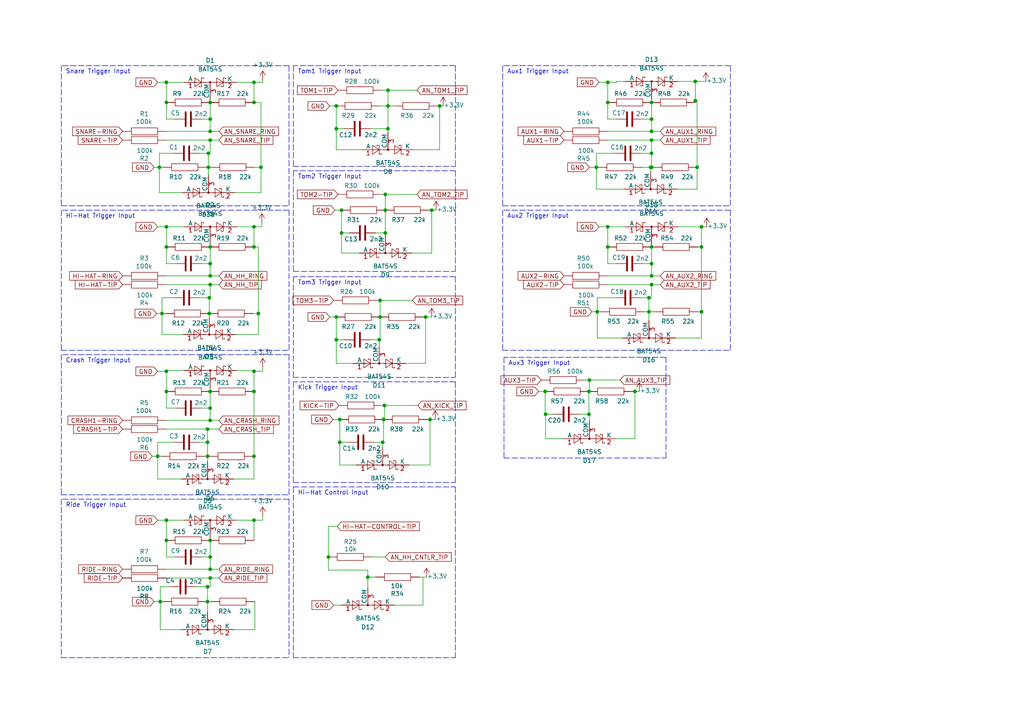
<source format=kicad_sch>
(kicad_sch (version 20230121) (generator eeschema)
  (paper "A4")
  (junction (at 97.536 37.338))
  (junction (at 48.26 23.876))
  (junction (at 203.454 90.424))
  (junction (at 97.536 30.734))
  (junction (at 48.26 150.876))
  (junction (at 75.692 48.514))
  (junction (at 158.242 120.142))
  (junction (at 60.96 167.64))
  (junction (at 73.66 71.628))
  (junction (at 188.976 71.628))
  (junction (at 97.536 91.948))
  (junction (at 110.998 128.27))
  (junction (at 99.06 60.96))
  (junction (at 170.815 120.142))
  (junction (at 176.276 71.628))
  (junction (at 48.26 29.718))
  (junction (at 158.115 113.538))
  (junction (at 60.96 80.01))
  (junction (at 188.976 48.514))
  (junction (at 74.93 90.932))
  (junction (at 188.976 34.544))
  (junction (at 188.976 29.718))
  (junction (at 202.184 48.514))
  (junction (at 188.976 82.55))
  (junction (at 188.976 40.64))
  (junction (at 60.96 121.92))
  (junction (at 99.06 67.564))
  (junction (at 203.454 65.786))
  (junction (at 188.976 76.454))
  (junction (at 176.276 29.718))
  (junction (at 173.228 90.424))
  (junction (at 73.66 107.696))
  (junction (at 46.228 48.514))
  (junction (at 60.96 118.364))
  (junction (at 111.252 121.666))
  (junction (at 60.96 156.718))
  (junction (at 124.714 121.666))
  (junction (at 60.198 174.498))
  (junction (at 60.706 90.932))
  (junction (at 110.236 91.948))
  (junction (at 48.26 113.538))
  (junction (at 60.96 165.1))
  (junction (at 73.66 150.876))
  (junction (at 60.96 40.64))
  (junction (at 60.96 29.718))
  (junction (at 60.96 71.628))
  (junction (at 112.522 37.338))
  (junction (at 48.26 107.696))
  (junction (at 60.96 113.538))
  (junction (at 60.198 124.46))
  (junction (at 98.552 121.666))
  (junction (at 111.76 67.564))
  (junction (at 201.676 29.21))
  (junction (at 73.66 65.786))
  (junction (at 170.815 113.538))
  (junction (at 60.198 170.18))
  (junction (at 172.974 48.514))
  (junction (at 170.942 110.236))
  (junction (at 188.976 38.1))
  (junction (at 111.506 117.602))
  (junction (at 73.66 132.334))
  (junction (at 60.198 128.27))
  (junction (at 109.982 98.552))
  (junction (at 95.25 161.544))
  (junction (at 176.276 23.876))
  (junction (at 60.96 34.544))
  (junction (at 60.198 132.334))
  (junction (at 46.99 90.932))
  (junction (at 60.96 161.544))
  (junction (at 98.552 128.27))
  (junction (at 127.508 30.734))
  (junction (at 60.452 48.514))
  (junction (at 201.676 23.622))
  (junction (at 203.454 71.628))
  (junction (at 73.66 23.876))
  (junction (at 188.722 48.514))
  (junction (at 45.72 132.334))
  (junction (at 111.76 60.96))
  (junction (at 111.76 56.388))
  (junction (at 184.15 113.538))
  (junction (at 112.522 30.734))
  (junction (at 73.66 113.538))
  (junction (at 60.96 38.1))
  (junction (at 48.26 71.628))
  (junction (at 188.214 90.424))
  (junction (at 97.536 98.552))
  (junction (at 123.444 91.948))
  (junction (at 60.96 82.55))
  (junction (at 48.26 65.786))
  (junction (at 112.522 26.162))
  (junction (at 188.214 86.36))
  (junction (at 60.96 76.454))
  (junction (at 60.706 86.36))
  (junction (at 48.26 156.718))
  (junction (at 188.976 44.45))
  (junction (at 60.452 44.45))
  (junction (at 176.276 65.786))
  (junction (at 188.976 80.01))
  (junction (at 46.482 174.498))
  (junction (at 106.68 167.386))
  (junction (at 125.222 60.96))
  (junction (at 110.236 87.122))
  (junction (at 73.66 29.718))
  (wire (pts (xy 48.26 82.55) (xy 60.96 82.55)))
  (wire (pts (xy 57.912 86.36) (xy 60.706 86.36)))
  (wire (pts (xy 123.444 91.948) (xy 122.936 91.948)))
  (wire (pts (xy 121.666 167.386) (xy 123.698 167.386)))
  (wire (pts (xy 48.26 23.876) (xy 48.26 29.718)))
  (wire (pts (xy 188.214 86.36) (xy 188.214 90.424)))
  (wire (pts (xy 188.976 70.866) (xy 188.976 71.628)))
  (wire (pts (xy 108.458 128.27) (xy 110.998 128.27)))
  (wire (pts (xy 52.578 138.938) (xy 45.72 138.938)))
  (wire (pts (xy 61.214 174.498) (xy 60.198 174.498)))
  (wire (pts (xy 73.66 71.628) (xy 74.93 71.628)))
  (wire (pts (xy 172.974 54.864) (xy 172.974 48.514)))
  (wire (pts (xy 188.214 90.424) (xy 189.738 90.424)))
  (wire (pts (xy 46.228 48.514) (xy 47.244 48.514)))
  (wire (pts (xy 118.618 134.874) (xy 124.714 134.874)))
  (wire (pts (xy 48.26 65.786) (xy 45.72 65.786)))
  (wire (pts (xy 188.976 76.454) (xy 188.976 80.01)))
  (wire (pts (xy 127.508 30.734) (xy 128.524 30.734)))
  (wire (pts (xy 125.222 60.96) (xy 124.46 60.96)))
  (wire (pts (xy 48.26 165.1) (xy 60.96 165.1)))
  (polyline (pts (xy 83.82 102.87) (xy 83.82 143.51)) (stroke (width 0) (type dash)))
  (wire (pts (xy 57.912 44.45) (xy 60.452 44.45)))
  (wire (pts (xy 60.452 90.932) (xy 60.706 90.932)))
  (polyline (pts (xy 146.177 132.842) (xy 193.167 132.842)) (stroke (width 0) (type dash)))
  (polyline (pts (xy 83.82 144.78) (xy 83.82 190.754)) (stroke (width 0) (type dash)))
  (wire (pts (xy 202.438 90.424) (xy 203.454 90.424)))
  (wire (pts (xy 108.966 67.564) (xy 111.76 67.564)))
  (wire (pts (xy 48.26 80.01) (xy 60.96 80.01)))
  (wire (pts (xy 112.522 30.734) (xy 112.522 26.162)))
  (wire (pts (xy 106.68 165.354) (xy 106.68 167.386)))
  (wire (pts (xy 76.2 23.114) (xy 76.2 23.876)))
  (wire (pts (xy 60.96 29.718) (xy 60.96 34.544)))
  (wire (pts (xy 110.998 128.27) (xy 110.998 129.794)))
  (wire (pts (xy 49.276 170.18) (xy 46.482 170.18)))
  (wire (pts (xy 68.58 23.876) (xy 73.66 23.876)))
  (wire (pts (xy 48.26 107.696) (xy 48.26 113.538)))
  (wire (pts (xy 106.68 165.354) (xy 95.25 165.354)))
  (wire (pts (xy 48.26 124.46) (xy 60.198 124.46)))
  (wire (pts (xy 60.198 170.18) (xy 60.198 174.498)))
  (polyline (pts (xy 85.09 80.264) (xy 85.09 109.474)) (stroke (width 0) (type dash)))
  (polyline (pts (xy 85.09 141.224) (xy 132.08 141.224)) (stroke (width 0) (type dash)))
  (polyline (pts (xy 85.09 49.53) (xy 85.09 78.74)) (stroke (width 0) (type dash)))
  (wire (pts (xy 170.815 120.142) (xy 170.942 120.142)))
  (wire (pts (xy 203.454 65.786) (xy 204.978 65.786)))
  (wire (pts (xy 48.26 65.786) (xy 53.34 65.786)))
  (wire (pts (xy 97.536 105.41) (xy 97.536 98.552)))
  (polyline (pts (xy 132.08 110.744) (xy 132.08 139.954)) (stroke (width 0) (type dash)))
  (wire (pts (xy 76.2 106.426) (xy 76.2 107.696)))
  (wire (pts (xy 110.744 56.388) (xy 111.76 56.388)))
  (wire (pts (xy 107.95 161.544) (xy 111.76 161.544)))
  (polyline (pts (xy 145.796 60.96) (xy 145.796 101.6)) (stroke (width 0) (type dash)))
  (wire (pts (xy 60.452 48.514) (xy 60.452 50.8)))
  (wire (pts (xy 46.99 97.028) (xy 46.99 90.932)))
  (wire (pts (xy 122.682 167.386) (xy 122.682 175.514)))
  (wire (pts (xy 188.976 48.514) (xy 189.484 48.514)))
  (wire (pts (xy 68.58 150.876) (xy 73.66 150.876)))
  (wire (pts (xy 48.26 150.876) (xy 48.26 156.718)))
  (polyline (pts (xy 132.08 19.05) (xy 132.08 48.26)) (stroke (width 0) (type dash)))
  (wire (pts (xy 46.482 182.626) (xy 46.482 174.498)))
  (wire (pts (xy 60.198 174.498) (xy 60.198 177.546)))
  (wire (pts (xy 73.66 150.876) (xy 73.66 156.718)))
  (wire (pts (xy 46.99 86.36) (xy 50.292 86.36)))
  (wire (pts (xy 60.96 40.64) (xy 60.96 44.45)))
  (wire (pts (xy 188.976 34.544) (xy 188.976 38.1)))
  (wire (pts (xy 60.198 124.46) (xy 63.5 124.46)))
  (wire (pts (xy 75.692 48.514) (xy 75.692 29.718)))
  (wire (pts (xy 73.406 90.932) (xy 74.93 90.932)))
  (polyline (pts (xy 17.78 144.78) (xy 17.78 190.754)) (stroke (width 0) (type dash)))
  (wire (pts (xy 201.676 29.21) (xy 201.676 29.718)))
  (wire (pts (xy 196.596 23.622) (xy 201.676 23.622)))
  (wire (pts (xy 160.401 120.142) (xy 158.242 120.142)))
  (wire (pts (xy 73.914 48.514) (xy 75.692 48.514)))
  (wire (pts (xy 176.276 71.628) (xy 176.276 76.454)))
  (wire (pts (xy 201.676 23.622) (xy 201.676 29.21)))
  (wire (pts (xy 60.96 40.64) (xy 63.5 40.64)))
  (wire (pts (xy 104.902 43.434) (xy 97.536 43.434)))
  (wire (pts (xy 60.198 132.334) (xy 60.198 133.858)))
  (wire (pts (xy 186.944 90.424) (xy 188.214 90.424)))
  (wire (pts (xy 202.184 48.514) (xy 202.184 29.21)))
  (wire (pts (xy 60.96 113.538) (xy 60.96 118.364)))
  (wire (pts (xy 107.442 98.552) (xy 109.982 98.552)))
  (wire (pts (xy 170.942 110.236) (xy 179.832 110.236)))
  (wire (pts (xy 97.536 98.552) (xy 97.536 91.948)))
  (wire (pts (xy 52.578 182.626) (xy 46.482 182.626)))
  (wire (pts (xy 114.3 175.514) (xy 122.682 175.514)))
  (wire (pts (xy 48.26 118.364) (xy 50.8 118.364)))
  (wire (pts (xy 45.72 132.334) (xy 46.736 132.334)))
  (wire (pts (xy 158.242 120.142) (xy 158.242 127.254)))
  (wire (pts (xy 99.06 60.96) (xy 99.06 67.564)))
  (wire (pts (xy 176.276 34.544) (xy 178.816 34.544)))
  (wire (pts (xy 75.946 65.786) (xy 73.66 65.786)))
  (polyline (pts (xy 17.78 101.6) (xy 83.82 101.6)) (stroke (width 0) (type dash)))
  (wire (pts (xy 73.66 107.696) (xy 76.2 107.696)))
  (wire (pts (xy 111.252 128.27) (xy 111.252 121.666)))
  (wire (pts (xy 60.96 156.718) (xy 60.96 161.544)))
  (wire (pts (xy 48.26 71.628) (xy 48.26 76.454)))
  (wire (pts (xy 188.976 71.628) (xy 188.976 76.454)))
  (wire (pts (xy 176.276 65.786) (xy 173.736 65.786)))
  (wire (pts (xy 163.322 127.254) (xy 158.242 127.254)))
  (wire (pts (xy 109.982 98.552) (xy 109.982 100.33)))
  (wire (pts (xy 60.96 34.544) (xy 60.96 38.1)))
  (wire (pts (xy 68.58 107.442) (xy 73.66 107.442)))
  (polyline (pts (xy 211.836 19.05) (xy 145.796 19.05)) (stroke (width 0) (type dash)))
  (wire (pts (xy 178.816 23.622) (xy 178.816 23.876)))
  (wire (pts (xy 171.704 90.424) (xy 173.228 90.424)))
  (wire (pts (xy 176.276 38.1) (xy 188.976 38.1)))
  (polyline (pts (xy 85.09 78.74) (xy 132.08 78.74)) (stroke (width 0) (type dash)))
  (wire (pts (xy 123.444 91.948) (xy 125.222 91.948)))
  (polyline (pts (xy 85.09 141.224) (xy 85.09 190.754)) (stroke (width 0) (type dash)))
  (wire (pts (xy 111.506 117.602) (xy 111.506 121.666)))
  (wire (pts (xy 110.744 26.162) (xy 112.522 26.162)))
  (wire (pts (xy 112.522 37.338) (xy 112.522 30.734)))
  (wire (pts (xy 60.96 112.522) (xy 60.96 113.538)))
  (polyline (pts (xy 145.796 101.6) (xy 211.836 101.6)) (stroke (width 0) (type dash)))
  (wire (pts (xy 44.704 48.514) (xy 46.228 48.514)))
  (wire (pts (xy 60.452 44.45) (xy 60.96 44.45)))
  (wire (pts (xy 68.58 65.786) (xy 73.66 65.786)))
  (wire (pts (xy 123.444 105.41) (xy 123.444 91.948)))
  (wire (pts (xy 46.228 44.45) (xy 50.292 44.45)))
  (wire (pts (xy 58.42 118.364) (xy 60.96 118.364)))
  (wire (pts (xy 97.536 43.434) (xy 97.536 37.338)))
  (wire (pts (xy 100.838 128.27) (xy 98.552 128.27)))
  (wire (pts (xy 48.26 29.718) (xy 48.26 34.544)))
  (wire (pts (xy 60.452 44.45) (xy 60.452 48.514)))
  (polyline (pts (xy 85.09 190.754) (xy 132.08 190.754)) (stroke (width 0) (type dash)))
  (wire (pts (xy 48.26 150.876) (xy 45.72 150.876)))
  (wire (pts (xy 75.946 64.516) (xy 75.946 65.786)))
  (wire (pts (xy 96.647 121.666) (xy 98.552 121.666)))
  (wire (pts (xy 68.326 97.028) (xy 74.93 97.028)))
  (wire (pts (xy 60.96 165.1) (xy 63.5 165.1)))
  (wire (pts (xy 188.976 44.45) (xy 188.976 48.514)))
  (polyline (pts (xy 193.167 103.632) (xy 193.167 132.842)) (stroke (width 0) (type dash)))
  (wire (pts (xy 48.26 167.64) (xy 60.96 167.64)))
  (wire (pts (xy 188.214 86.36) (xy 188.976 86.36)))
  (wire (pts (xy 110.998 117.602) (xy 111.506 117.602)))
  (wire (pts (xy 178.816 23.876) (xy 176.276 23.876)))
  (wire (pts (xy 180.594 98.044) (xy 173.228 98.044)))
  (wire (pts (xy 127.508 30.734) (xy 127 30.734)))
  (wire (pts (xy 48.26 156.718) (xy 48.26 161.544)))
  (wire (pts (xy 127.508 43.434) (xy 127.508 30.734)))
  (wire (pts (xy 75.692 55.88) (xy 75.692 48.514)))
  (wire (pts (xy 176.276 23.876) (xy 173.736 23.876)))
  (wire (pts (xy 112.522 30.734) (xy 114.3 30.734)))
  (wire (pts (xy 95.631 91.948) (xy 97.536 91.948)))
  (wire (pts (xy 61.214 48.514) (xy 60.452 48.514)))
  (wire (pts (xy 158.115 120.142) (xy 158.115 113.538)))
  (wire (pts (xy 172.974 48.514) (xy 173.482 48.514)))
  (wire (pts (xy 46.228 44.45) (xy 46.228 48.514)))
  (polyline (pts (xy 83.82 60.96) (xy 17.78 60.96)) (stroke (width 0) (type dash)))
  (wire (pts (xy 186.436 34.544) (xy 188.976 34.544)))
  (polyline (pts (xy 17.78 143.51) (xy 83.82 143.51)) (stroke (width 0) (type dash)))
  (polyline (pts (xy 193.167 103.632) (xy 146.177 103.632)) (stroke (width 0) (type dash)))
  (wire (pts (xy 201.676 23.622) (xy 204.724 23.622)))
  (polyline (pts (xy 17.78 60.96) (xy 17.78 101.6)) (stroke (width 0) (type dash)))
  (wire (pts (xy 111.76 67.564) (xy 111.76 60.96)))
  (polyline (pts (xy 17.78 102.87) (xy 17.78 143.51)) (stroke (width 0) (type dash)))
  (wire (pts (xy 202.184 29.21) (xy 201.676 29.21)))
  (polyline (pts (xy 211.836 60.96) (xy 145.796 60.96)) (stroke (width 0) (type dash)))
  (wire (pts (xy 60.96 76.454) (xy 60.96 80.01)))
  (wire (pts (xy 60.96 28.956) (xy 60.96 29.718)))
  (wire (pts (xy 56.896 170.18) (xy 60.198 170.18)))
  (wire (pts (xy 112.522 38.354) (xy 112.522 37.338)))
  (wire (pts (xy 188.976 40.64) (xy 191.516 40.64)))
  (wire (pts (xy 53.34 107.442) (xy 48.26 107.442)))
  (wire (pts (xy 109.982 98.552) (xy 110.236 98.552)))
  (wire (pts (xy 52.832 55.88) (xy 46.228 55.88)))
  (wire (pts (xy 158.242 120.142) (xy 158.115 120.142)))
  (wire (pts (xy 172.974 44.45) (xy 172.974 48.514)))
  (wire (pts (xy 97.155 60.96) (xy 99.06 60.96)))
  (wire (pts (xy 74.93 90.932) (xy 74.93 71.628)))
  (wire (pts (xy 104.14 73.406) (xy 99.06 73.406)))
  (polyline (pts (xy 132.08 49.53) (xy 85.09 49.53)) (stroke (width 0) (type dash)))
  (wire (pts (xy 185.928 44.45) (xy 188.976 44.45)))
  (wire (pts (xy 48.26 121.92) (xy 60.96 121.92)))
  (wire (pts (xy 184.15 113.538) (xy 185.42 113.538)))
  (wire (pts (xy 67.818 138.938) (xy 73.66 138.938)))
  (polyline (pts (xy 211.836 60.96) (xy 211.836 101.6)) (stroke (width 0) (type dash)))
  (wire (pts (xy 73.66 113.538) (xy 73.66 132.334)))
  (polyline (pts (xy 145.796 19.05) (xy 145.796 59.69)) (stroke (width 0) (type dash)))
  (polyline (pts (xy 85.09 19.05) (xy 85.09 48.26)) (stroke (width 0) (type dash)))
  (wire (pts (xy 76.2 149.606) (xy 76.2 150.876)))
  (wire (pts (xy 73.66 132.334) (xy 73.66 138.938)))
  (wire (pts (xy 60.452 48.514) (xy 59.944 48.514)))
  (wire (pts (xy 60.706 86.36) (xy 60.706 90.932)))
  (wire (pts (xy 184.15 127.254) (xy 184.15 113.538)))
  (wire (pts (xy 102.362 105.41) (xy 97.536 105.41)))
  (polyline (pts (xy 17.78 59.69) (xy 83.82 59.69)) (stroke (width 0) (type dash)))
  (wire (pts (xy 188.976 82.55) (xy 188.976 86.36)))
  (polyline (pts (xy 83.82 144.78) (xy 17.78 144.78)) (stroke (width 0) (type dash)))
  (wire (pts (xy 46.482 170.18) (xy 46.482 174.498)))
  (wire (pts (xy 176.276 65.786) (xy 176.276 71.628)))
  (wire (pts (xy 188.976 40.64) (xy 188.976 44.45)))
  (wire (pts (xy 103.378 134.874) (xy 98.552 134.874)))
  (polyline (pts (xy 145.796 59.69) (xy 211.836 59.69)) (stroke (width 0) (type dash)))
  (wire (pts (xy 60.96 118.364) (xy 60.96 121.92)))
  (wire (pts (xy 48.26 23.876) (xy 53.34 23.876)))
  (wire (pts (xy 168.021 120.142) (xy 170.815 120.142)))
  (wire (pts (xy 73.66 107.442) (xy 73.66 107.696)))
  (wire (pts (xy 95.25 152.654) (xy 97.79 152.654)))
  (wire (pts (xy 98.552 128.27) (xy 98.552 134.874)))
  (wire (pts (xy 46.228 55.88) (xy 46.228 48.514)))
  (wire (pts (xy 60.96 161.544) (xy 60.96 165.1)))
  (wire (pts (xy 188.976 82.55) (xy 191.516 82.55)))
  (wire (pts (xy 73.914 182.626) (xy 73.914 174.498)))
  (wire (pts (xy 125.222 60.96) (xy 125.222 73.406)))
  (wire (pts (xy 101.346 67.564) (xy 99.06 67.564)))
  (polyline (pts (xy 83.82 102.87) (xy 17.78 102.87)) (stroke (width 0) (type dash)))
  (wire (pts (xy 99.822 37.338) (xy 97.536 37.338)))
  (wire (pts (xy 110.236 30.734) (xy 112.522 30.734)))
  (polyline (pts (xy 85.09 48.26) (xy 132.08 48.26)) (stroke (width 0) (type dash)))
  (wire (pts (xy 45.466 90.932) (xy 46.99 90.932)))
  (wire (pts (xy 111.76 67.564) (xy 111.76 68.326)))
  (wire (pts (xy 170.942 110.236) (xy 170.942 113.538)))
  (wire (pts (xy 59.436 132.334) (xy 60.198 132.334)))
  (wire (pts (xy 60.198 128.27) (xy 60.198 132.334)))
  (wire (pts (xy 188.976 29.718) (xy 188.976 34.544)))
  (wire (pts (xy 58.42 161.544) (xy 60.96 161.544)))
  (polyline (pts (xy 83.82 60.96) (xy 83.82 101.6)) (stroke (width 0) (type dash)))
  (wire (pts (xy 181.356 23.622) (xy 178.816 23.622)))
  (wire (pts (xy 60.96 167.64) (xy 60.96 170.18)))
  (polyline (pts (xy 132.08 141.224) (xy 132.08 190.754)) (stroke (width 0) (type dash)))
  (polyline (pts (xy 85.09 110.744) (xy 85.09 139.954)) (stroke (width 0) (type dash)))
  (wire (pts (xy 44.704 174.498) (xy 46.482 174.498)))
  (wire (pts (xy 188.214 92.964) (xy 188.214 90.424)))
  (wire (pts (xy 48.26 107.696) (xy 45.72 107.696)))
  (wire (pts (xy 173.228 86.36) (xy 178.308 86.36)))
  (wire (pts (xy 107.442 37.338) (xy 112.522 37.338)))
  (wire (pts (xy 60.198 170.18) (xy 60.96 170.18)))
  (wire (pts (xy 73.66 107.696) (xy 73.66 113.538)))
  (wire (pts (xy 196.596 65.786) (xy 203.454 65.786)))
  (wire (pts (xy 60.198 124.46) (xy 60.198 128.27)))
  (wire (pts (xy 73.66 23.876) (xy 73.66 29.718)))
  (wire (pts (xy 110.236 98.552) (xy 110.236 91.948)))
  (wire (pts (xy 186.182 48.514) (xy 188.722 48.514)))
  (wire (pts (xy 188.976 28.702) (xy 188.976 29.718)))
  (polyline (pts (xy 17.78 19.05) (xy 17.78 59.69)) (stroke (width 0) (type dash)))
  (wire (pts (xy 173.228 90.424) (xy 174.244 90.424)))
  (wire (pts (xy 176.276 23.876) (xy 176.276 29.718)))
  (wire (pts (xy 170.815 120.142) (xy 170.815 113.538)))
  (wire (pts (xy 73.66 65.786) (xy 73.66 71.628)))
  (wire (pts (xy 108.966 167.386) (xy 106.68 167.386)))
  (wire (pts (xy 188.976 80.01) (xy 191.516 80.01)))
  (wire (pts (xy 48.26 40.64) (xy 60.96 40.64)))
  (wire (pts (xy 186.436 76.454) (xy 188.976 76.454)))
  (wire (pts (xy 58.42 34.544) (xy 60.96 34.544)))
  (wire (pts (xy 176.276 29.718) (xy 176.276 34.544)))
  (wire (pts (xy 173.228 86.36) (xy 173.228 90.424)))
  (wire (pts (xy 60.96 80.01) (xy 63.5 80.01)))
  (wire (pts (xy 170.942 48.514) (xy 172.974 48.514)))
  (wire (pts (xy 188.722 48.514) (xy 188.976 48.514)))
  (wire (pts (xy 67.818 182.626) (xy 73.914 182.626)))
  (polyline (pts (xy 132.08 80.264) (xy 85.09 80.264)) (stroke (width 0) (type dash)))
  (polyline (pts (xy 132.08 110.744) (xy 85.09 110.744)) (stroke (width 0) (type dash)))
  (wire (pts (xy 124.714 121.666) (xy 126.238 121.666)))
  (wire (pts (xy 95.25 152.654) (xy 95.25 161.544)))
  (wire (pts (xy 119.38 73.406) (xy 125.222 73.406)))
  (wire (pts (xy 74.93 97.028) (xy 74.93 90.932)))
  (wire (pts (xy 48.26 65.786) (xy 48.26 71.628)))
  (wire (pts (xy 110.998 128.27) (xy 111.252 128.27)))
  (wire (pts (xy 176.276 76.454) (xy 178.816 76.454)))
  (wire (pts (xy 60.96 71.628) (xy 60.96 76.454)))
  (wire (pts (xy 48.26 107.442) (xy 48.26 107.696)))
  (polyline (pts (xy 85.09 109.474) (xy 132.08 109.474)) (stroke (width 0) (type dash)))
  (wire (pts (xy 125.222 60.96) (xy 126.492 60.96)))
  (wire (pts (xy 117.602 105.41) (xy 123.444 105.41)))
  (wire (pts (xy 57.912 128.27) (xy 60.198 128.27)))
  (wire (pts (xy 110.236 87.122) (xy 119.634 87.122)))
  (wire (pts (xy 106.68 167.386) (xy 106.68 170.434)))
  (wire (pts (xy 60.198 132.334) (xy 60.706 132.334)))
  (wire (pts (xy 60.96 155.956) (xy 60.96 156.718)))
  (wire (pts (xy 45.72 128.27) (xy 45.72 132.334)))
  (wire (pts (xy 73.406 132.334) (xy 73.66 132.334)))
  (wire (pts (xy 48.26 38.1) (xy 60.96 38.1)))
  (wire (pts (xy 176.276 80.01) (xy 188.976 80.01)))
  (polyline (pts (xy 85.09 139.954) (xy 132.08 139.954)) (stroke (width 0) (type dash)))
  (wire (pts (xy 188.976 38.1) (xy 191.516 38.1)))
  (wire (pts (xy 60.96 70.866) (xy 60.96 71.628)))
  (wire (pts (xy 96.774 175.514) (xy 99.06 175.514)))
  (wire (pts (xy 203.454 90.424) (xy 203.454 98.044)))
  (wire (pts (xy 60.198 174.498) (xy 59.944 174.498)))
  (wire (pts (xy 172.974 44.45) (xy 178.308 44.45)))
  (wire (pts (xy 110.236 87.122) (xy 110.236 91.948)))
  (wire (pts (xy 73.66 23.876) (xy 76.2 23.876)))
  (wire (pts (xy 60.96 167.64) (xy 63.5 167.64)))
  (wire (pts (xy 46.482 174.498) (xy 47.244 174.498)))
  (wire (pts (xy 60.706 90.932) (xy 60.706 91.948)))
  (wire (pts (xy 60.706 86.36) (xy 60.96 86.36)))
  (wire (pts (xy 60.96 82.55) (xy 63.5 82.55)))
  (wire (pts (xy 184.15 113.538) (xy 183.515 113.538)))
  (wire (pts (xy 111.76 56.388) (xy 120.904 56.388)))
  (wire (pts (xy 176.276 82.55) (xy 188.976 82.55)))
  (wire (pts (xy 53.086 97.028) (xy 46.99 97.028)))
  (wire (pts (xy 202.184 54.864) (xy 202.184 48.514)))
  (wire (pts (xy 60.96 121.92) (xy 63.5 121.92)))
  (wire (pts (xy 111.76 56.388) (xy 111.76 60.96)))
  (wire (pts (xy 203.454 71.628) (xy 203.454 90.424)))
  (polyline (pts (xy 83.82 19.05) (xy 17.78 19.05)) (stroke (width 0) (type dash)))
  (wire (pts (xy 60.96 38.1) (xy 63.5 38.1)))
  (wire (pts (xy 170.942 122.174) (xy 170.942 120.142)))
  (wire (pts (xy 173.228 98.044) (xy 173.228 90.424)))
  (wire (pts (xy 111.506 117.602) (xy 121.158 117.602)))
  (wire (pts (xy 48.26 161.544) (xy 50.8 161.544)))
  (wire (pts (xy 50.292 128.27) (xy 45.72 128.27)))
  (wire (pts (xy 48.26 23.876) (xy 45.72 23.876)))
  (wire (pts (xy 120.142 43.434) (xy 127.508 43.434)))
  (wire (pts (xy 176.276 65.786) (xy 181.356 65.786)))
  (polyline (pts (xy 146.177 103.632) (xy 146.177 132.842)) (stroke (width 0) (type dash)))
  (wire (pts (xy 181.102 54.864) (xy 172.974 54.864)))
  (wire (pts (xy 124.714 121.666) (xy 123.952 121.666)))
  (polyline (pts (xy 211.836 19.05) (xy 211.836 59.69)) (stroke (width 0) (type dash)))
  (wire (pts (xy 188.976 71.628) (xy 189.738 71.628)))
  (polyline (pts (xy 17.78 190.754) (xy 83.82 190.754)) (stroke (width 0) (type dash)))
  (wire (pts (xy 98.552 121.666) (xy 98.552 128.27)))
  (wire (pts (xy 156.21 113.538) (xy 158.115 113.538)))
  (wire (pts (xy 176.276 40.64) (xy 188.976 40.64)))
  (wire (pts (xy 48.26 150.876) (xy 53.34 150.876)))
  (wire (pts (xy 95.631 30.734) (xy 97.536 30.734)))
  (wire (pts (xy 99.06 67.564) (xy 99.06 73.406)))
  (wire (pts (xy 48.26 113.538) (xy 48.26 118.364)))
  (wire (pts (xy 73.66 150.876) (xy 76.2 150.876)))
  (wire (pts (xy 44.196 132.334) (xy 45.72 132.334)))
  (wire (pts (xy 48.26 76.454) (xy 50.8 76.454)))
  (wire (pts (xy 48.26 34.544) (xy 50.8 34.544)))
  (polyline (pts (xy 132.08 19.05) (xy 85.09 19.05)) (stroke (width 0) (type dash)))
  (polyline (pts (xy 132.08 49.53) (xy 132.08 78.74)) (stroke (width 0) (type dash)))
  (wire (pts (xy 46.99 90.932) (xy 46.99 86.36)))
  (wire (pts (xy 58.42 76.454) (xy 60.96 76.454)))
  (wire (pts (xy 178.562 127.254) (xy 184.15 127.254)))
  (wire (pts (xy 195.834 98.044) (xy 203.454 98.044)))
  (wire (pts (xy 95.25 161.544) (xy 95.25 165.354)))
  (wire (pts (xy 185.928 86.36) (xy 188.214 86.36)))
  (wire (pts (xy 46.99 90.932) (xy 48.006 90.932)))
  (wire (pts (xy 196.342 54.864) (xy 202.184 54.864)))
  (wire (pts (xy 99.822 98.552) (xy 97.536 98.552)))
  (wire (pts (xy 75.692 29.718) (xy 73.66 29.718)))
  (wire (pts (xy 124.714 134.874) (xy 124.714 121.666)))
  (wire (pts (xy 202.438 71.628) (xy 203.454 71.628)))
  (wire (pts (xy 203.454 65.786) (xy 203.454 71.628)))
  (wire (pts (xy 60.96 82.55) (xy 60.96 86.36)))
  (polyline (pts (xy 132.08 80.264) (xy 132.08 109.474)) (stroke (width 0) (type dash)))
  (wire (pts (xy 188.722 49.784) (xy 188.722 48.514)))
  (wire (pts (xy 109.474 87.122) (xy 110.236 87.122)))
  (wire (pts (xy 45.72 138.938) (xy 45.72 132.334)))
  (polyline (pts (xy 83.82 19.05) (xy 83.82 59.69)) (stroke (width 0) (type dash)))
  (wire (pts (xy 68.072 55.88) (xy 75.692 55.88)))
  (wire (pts (xy 169.672 110.236) (xy 170.942 110.236)))
  (wire (pts (xy 97.536 37.338) (xy 97.536 30.734)))
  (wire (pts (xy 112.522 26.162) (xy 120.904 26.162)))
  (text "Tom1 Trigger Input" (at 86.36 21.59 0) (effects (font (size 1.27 1.27)) (justify left bottom)))
  (text "Aux3 Trigger Input" (at 147.447 106.172 0) (effects (font (size 1.27 1.27)) (justify left bottom)))
  (text "Tom3 Trigger Input" (at 86.36 82.804 0) (effects (font (size 1.27 1.27)) (justify left bottom)))
  (text "Hi-Hat Trigger Input" (at 19.05 63.5 0) (effects (font (size 1.27 1.27)) (justify left bottom)))
  (text "Aux1 Trigger Input" (at 147.066 21.59 0) (effects (font (size 1.27 1.27)) (justify left bottom)))
  (text "Ride Trigger Input" (at 19.05 147.32 0) (effects (font (size 1.27 1.27)) (justify left bottom)))
  (text "Kick Trigger Input" (at 86.36 113.284 0) (effects (font (size 1.27 1.27)) (justify left bottom)))
  (text "Snare Trigger Input" (at 19.05 21.59 0) (effects (font (size 1.27 1.27)) (justify left bottom)))
  (text "Tom2 Trigger Input" (at 86.36 52.07 0) (effects (font (size 1.27 1.27)) (justify left bottom)))
  (text "Crash Trigger Input" (at 19.05 105.41 0) (effects (font (size 1.27 1.27)) (justify left bottom)))
  (text "Aux2 Trigger Input" (at 147.066 63.5 0) (effects (font (size 1.27 1.27)) (justify left bottom)))
  (text "Hi-Hat Control Input" (at 86.36 143.764 0) (effects (font (size 1.27 1.27)) (justify left bottom)))
  (global_label "GND" (shape input) (at 170.942 48.514 180) (property "Intersheetrefs" "${INTERSHEET_REFS}" (effects hide)) (property "Referenzen zwischen Schaltplänen" "${INTERSHEET_REFS}" (effects hide)))
  (global_label "GND" (shape input) (at 156.21 113.538 180) (property "Intersheetrefs" "${INTERSHEET_REFS}" (effects hide)) (property "Referenzen zwischen Schaltplänen" "${INTERSHEET_REFS}" (effects hide)))
  (global_label "AUX1-TIP" (shape input) (at 163.576 40.64 180) (property "Intersheetrefs" "${INTERSHEET_REFS}" (effects hide)) (property "Referenzen zwischen Schaltplänen" "${INTERSHEET_REFS}" (effects hide)))
  (global_label "GND" (shape input) (at 96.774 175.514 180) (property "Intersheetrefs" "${INTERSHEET_REFS}" (effects hide)) (property "Referenzen zwischen Schaltplänen" "${INTERSHEET_REFS}" (effects hide)))
  (global_label "GND" (shape input) (at 95.631 30.734 180) (property "Intersheetrefs" "${INTERSHEET_REFS}" (effects hide)) (property "Referenzen zwischen Schaltplänen" "${INTERSHEET_REFS}" (effects hide)))
  (global_label "GND" (shape input) (at 44.196 132.334 180) (property "Intersheetrefs" "${INTERSHEET_REFS}" (effects hide)) (property "Referenzen zwischen Schaltplänen" "${INTERSHEET_REFS}" (effects hide)))
  (global_label "AN_SNARE_TIP" (shape input) (at 63.5 40.64 0) (property "Intersheetrefs" "${INTERSHEET_REFS}" (effects hide)) (property "Referenzen zwischen Schaltplänen" "${INTERSHEET_REFS}" (effects hide)))
  (global_label "RIDE-RING" (shape input) (at 35.56 165.1 180) (property "Intersheetrefs" "${INTERSHEET_REFS}" (effects hide)) (property "Referenzen zwischen Schaltplänen" "${INTERSHEET_REFS}" (effects hide)))
  (global_label "GND" (shape input) (at 45.72 23.876 180) (property "Intersheetrefs" "${INTERSHEET_REFS}" (effects hide)) (property "Referenzen zwischen Schaltplänen" "${INTERSHEET_REFS}" (effects hide)))
  (global_label "GND" (shape input) (at 96.647 121.666 180) (property "Intersheetrefs" "${INTERSHEET_REFS}" (effects hide)) (property "Referenzen zwischen Schaltplänen" "${INTERSHEET_REFS}" (effects hide)))
  (global_label "TOM1-TIP" (shape input) (at 98.044 26.162 180) (property "Intersheetrefs" "${INTERSHEET_REFS}" (effects hide)) (property "Referenzen zwischen Schaltplänen" "${INTERSHEET_REFS}" (effects hide)))
  (global_label "HI-HAT-CONTROL-TIP" (shape input) (at 97.79 152.654 0) (property "Intersheetrefs" "${INTERSHEET_REFS}" (effects hide)) (property "Referenzen zwischen Schaltplänen" "${INTERSHEET_REFS}" (effects hide)))
  (global_label "CRASH1-RING" (shape input) (at 35.56 121.92 180) (property "Intersheetrefs" "${INTERSHEET_REFS}" (effects hide)) (property "Referenzen zwischen Schaltplänen" "${INTERSHEET_REFS}" (effects hide)))
  (global_label "GND" (shape input) (at 44.704 48.514 180) (property "Intersheetrefs" "${INTERSHEET_REFS}" (effects hide)) (property "Referenzen zwischen Schaltplänen" "${INTERSHEET_REFS}" (effects hide)))
  (global_label "AN_SNARE_RING" (shape input) (at 63.5 38.1 0) (property "Intersheetrefs" "${INTERSHEET_REFS}" (effects hide)) (property "Referenzen zwischen Schaltplänen" "${INTERSHEET_REFS}" (effects hide)))
  (global_label "AN_AUX2_TIP" (shape input) (at 191.516 82.55 0) (property "Intersheetrefs" "${INTERSHEET_REFS}" (effects hide)) (property "Referenzen zwischen Schaltplänen" "${INTERSHEET_REFS}" (effects hide)))
  (global_label "AN_KICK_TIP" (shape input) (at 121.158 117.602 0) (property "Intersheetrefs" "${INTERSHEET_REFS}" (effects hide)) (property "Referenzen zwischen Schaltplänen" "${INTERSHEET_REFS}" (effects hide)))
  (global_label "AN_RIDE_RING" (shape input) (at 63.5 165.1 0) (property "Intersheetrefs" "${INTERSHEET_REFS}" (effects hide)) (property "Referenzen zwischen Schaltplänen" "${INTERSHEET_REFS}" (effects hide)))
  (global_label "GND" (shape input) (at 173.736 65.786 180) (property "Intersheetrefs" "${INTERSHEET_REFS}" (effects hide)) (property "Referenzen zwischen Schaltplänen" "${INTERSHEET_REFS}" (effects hide)))
  (global_label "GND" (shape input) (at 45.72 150.876 180) (property "Intersheetrefs" "${INTERSHEET_REFS}" (effects hide)) (property "Referenzen zwischen Schaltplänen" "${INTERSHEET_REFS}" (effects hide)))
  (global_label "AN_HH_TIP" (shape input) (at 63.5 82.55 0) (property "Intersheetrefs" "${INTERSHEET_REFS}" (effects hide)) (property "Referenzen zwischen Schaltplänen" "${INTERSHEET_REFS}" (effects hide)))
  (global_label "GND" (shape input) (at 97.155 60.96 180) (property "Intersheetrefs" "${INTERSHEET_REFS}" (effects hide)) (property "Referenzen zwischen Schaltplänen" "${INTERSHEET_REFS}" (effects hide)))
  (global_label "CRASH1-TIP" (shape input) (at 35.56 124.46 180) (property "Intersheetrefs" "${INTERSHEET_REFS}" (effects hide)) (property "Referenzen zwischen Schaltplänen" "${INTERSHEET_REFS}" (effects hide)))
  (global_label "AUX3-TIP" (shape input) (at 156.972 110.236 180) (property "Intersheetrefs" "${INTERSHEET_REFS}" (effects hide)) (property "Referenzen zwischen Schaltplänen" "${INTERSHEET_REFS}" (effects hide)))
  (global_label "AN_HH_RING" (shape input) (at 63.5 80.01 0) (property "Intersheetrefs" "${INTERSHEET_REFS}" (effects hide)) (property "Referenzen zwischen Schaltplänen" "${INTERSHEET_REFS}" (effects hide)))
  (global_label "GND" (shape input) (at 45.466 90.932 180) (property "Intersheetrefs" "${INTERSHEET_REFS}" (effects hide)) (property "Referenzen zwischen Schaltplänen" "${INTERSHEET_REFS}" (effects hide)))
  (global_label "AN_RIDE_TIP" (shape input) (at 63.5 167.64 0) (property "Intersheetrefs" "${INTERSHEET_REFS}" (effects hide)) (property "Referenzen zwischen Schaltplänen" "${INTERSHEET_REFS}" (effects hide)))
  (global_label "AN_CRASH_RING" (shape input) (at 63.5 121.92 0) (property "Intersheetrefs" "${INTERSHEET_REFS}" (effects hide)) (property "Referenzen zwischen Schaltplänen" "${INTERSHEET_REFS}" (effects hide)))
  (global_label "KICK-TIP" (shape input) (at 98.298 117.602 180) (property "Intersheetrefs" "${INTERSHEET_REFS}" (effects hide)) (property "Referenzen zwischen Schaltplänen" "${INTERSHEET_REFS}" (effects hide)))
  (global_label "GND" (shape input) (at 171.704 90.424 180) (property "Intersheetrefs" "${INTERSHEET_REFS}" (effects hide)) (property "Referenzen zwischen Schaltplänen" "${INTERSHEET_REFS}" (effects hide)))
  (global_label "GND" (shape input) (at 45.72 65.786 180) (property "Intersheetrefs" "${INTERSHEET_REFS}" (effects hide)) (property "Referenzen zwischen Schaltplänen" "${INTERSHEET_REFS}" (effects hide)))
  (global_label "GND" (shape input) (at 44.704 174.498 180) (property "Intersheetrefs" "${INTERSHEET_REFS}" (effects hide)) (property "Referenzen zwischen Schaltplänen" "${INTERSHEET_REFS}" (effects hide)))
  (global_label "RIDE-TIP" (shape input) (at 35.56 167.64 180) (property "Intersheetrefs" "${INTERSHEET_REFS}" (effects hide)) (property "Referenzen zwischen Schaltplänen" "${INTERSHEET_REFS}" (effects hide)))
  (global_label "AUX1-RING" (shape input) (at 163.576 38.1 180) (property "Intersheetrefs" "${INTERSHEET_REFS}" (effects hide)) (property "Referenzen zwischen Schaltplänen" "${INTERSHEET_REFS}" (effects hide)))
  (global_label "GND" (shape input) (at 173.736 23.876 180) (property "Intersheetrefs" "${INTERSHEET_REFS}" (effects hide)) (property "Referenzen zwischen Schaltplänen" "${INTERSHEET_REFS}" (effects hide)))
  (global_label "AN_TOM1_TIP" (shape input) (at 120.904 26.162 0) (property "Intersheetrefs" "${INTERSHEET_REFS}" (effects hide)) (property "Referenzen zwischen Schaltplänen" "${INTERSHEET_REFS}" (effects hide)))
  (global_label "AUX2-TIP" (shape input) (at 163.576 82.55 180) (property "Intersheetrefs" "${INTERSHEET_REFS}" (effects hide)) (property "Referenzen zwischen Schaltplänen" "${INTERSHEET_REFS}" (effects hide)))
  (global_label "HI-HAT-TIP" (shape input) (at 35.56 82.55 180) (property "Intersheetrefs" "${INTERSHEET_REFS}" (effects hide)) (property "Referenzen zwischen Schaltplänen" "${INTERSHEET_REFS}" (effects hide)))
  (global_label "AN_AUX1_RING" (shape input) (at 191.516 38.1 0) (property "Intersheetrefs" "${INTERSHEET_REFS}" (effects hide)) (property "Referenzen zwischen Schaltplänen" "${INTERSHEET_REFS}" (effects hide)))
  (global_label "SNARE-TIP" (shape input) (at 35.56 40.64 180) (property "Intersheetrefs" "${INTERSHEET_REFS}" (effects hide)) (property "Referenzen zwischen Schaltplänen" "${INTERSHEET_REFS}" (effects hide)))
  (global_label "AN_AUX1_TIP" (shape input) (at 191.516 40.64 0) (property "Intersheetrefs" "${INTERSHEET_REFS}" (effects hide)) (property "Referenzen zwischen Schaltplänen" "${INTERSHEET_REFS}" (effects hide)))
  (global_label "AN_TOM3_TIP" (shape input) (at 119.634 87.122 0) (property "Intersheetrefs" "${INTERSHEET_REFS}" (effects hide)) (property "Referenzen zwischen Schaltplänen" "${INTERSHEET_REFS}" (effects hide)))
  (global_label "GND" (shape input) (at 45.72 107.696 180) (property "Intersheetrefs" "${INTERSHEET_REFS}" (effects hide)) (property "Referenzen zwischen Schaltplänen" "${INTERSHEET_REFS}" (effects hide)))
  (global_label "HI-HAT-RING" (shape input) (at 35.56 80.01 180) (property "Intersheetrefs" "${INTERSHEET_REFS}" (effects hide)) (property "Referenzen zwischen Schaltplänen" "${INTERSHEET_REFS}" (effects hide)))
  (global_label "AN_AUX3_TIP" (shape input) (at 179.832 110.236 0) (property "Intersheetrefs" "${INTERSHEET_REFS}" (effects hide)) (property "Referenzen zwischen Schaltplänen" "${INTERSHEET_REFS}" (effects hide)))
  (global_label "AN_CRASH_TIP" (shape input) (at 63.5 124.46 0) (property "Intersheetrefs" "${INTERSHEET_REFS}" (effects hide)) (property "Referenzen zwischen Schaltplänen" "${INTERSHEET_REFS}" (effects hide)))
  (global_label "AUX2-RING" (shape input) (at 163.576 80.01 180) (property "Intersheetrefs" "${INTERSHEET_REFS}" (effects hide)) (property "Referenzen zwischen Schaltplänen" "${INTERSHEET_REFS}" (effects hide)))
  (global_label "SNARE-RING" (shape input) (at 35.56 38.1 180) (property "Intersheetrefs" "${INTERSHEET_REFS}" (effects hide)) (property "Referenzen zwischen Schaltplänen" "${INTERSHEET_REFS}" (effects hide)))
  (global_label "AN_TOM2_TIP" (shape input) (at 120.904 56.388 0) (property "Intersheetrefs" "${INTERSHEET_REFS}" (effects hide)) (property "Referenzen zwischen Schaltplänen" "${INTERSHEET_REFS}" (effects hide)))
  (global_label "GND" (shape input) (at 95.631 91.948 180) (property "Intersheetrefs" "${INTERSHEET_REFS}" (effects hide)) (property "Referenzen zwischen Schaltplänen" "${INTERSHEET_REFS}" (effects hide)))
  (global_label "AN_HH_CNTLR_TIP" (shape input) (at 111.76 161.544 0) (property "Intersheetrefs" "${INTERSHEET_REFS}" (effects hide)) (property "Referenzen zwischen Schaltplänen" "${INTERSHEET_REFS}" (effects hide)))
  (global_label "TOM3-TIP" (shape input) (at 96.774 87.122 180) (property "Intersheetrefs" "${INTERSHEET_REFS}" (effects hide)) (property "Referenzen zwischen Schaltplänen" "${INTERSHEET_REFS}" (effects hide)))
  (global_label "AN_AUX2_RING" (shape input) (at 191.516 80.01 0) (property "Intersheetrefs" "${INTERSHEET_REFS}" (effects hide)) (property "Referenzen zwischen Schaltplänen" "${INTERSHEET_REFS}" (effects hide)))
  (global_label "TOM2-TIP" (shape input) (at 98.044 56.388 180) (property "Intersheetrefs" "${INTERSHEET_REFS}" (effects hide)) (property "Referenzen zwischen Schaltplänen" "${INTERSHEET_REFS}" (effects hide)))
  (symbol (lib_id "pspice:R") (at 169.926 40.64 90) (unit 1)
    (property "Reference" "R45" (at 171.196 45.974 90) (effects (justify left)))
    (property "Value" "100k" (at 172.466 43.688 90) (effects (justify left)))
    (property "Footprint" "Resistor_SMD:R_1206_3216Metric" (effects hide))
  )
  (symbol (lib_id "pspice:R") (at 41.91 40.64 90) (unit 1)
    (property "Reference" "R2" (at 43.18 45.974 90) (effects (justify left)))
    (property "Value" "100k" (at 44.45 43.688 90) (effects (justify left)))
    (property "Footprint" "Resistor_SMD:R_1206_3216Metric" (effects hide))
  )
  (symbol (lib_id "Device:C") (at 182.626 76.454 270) (unit 1)
    (property "Reference" "C19" (at 177.546 74.676 90) (effects (justify left)))
    (property "Value" "2n2" (at 184.404 74.93 90) (effects (justify left)))
    (property "Footprint" "Capacitor_SMD:C_1206_3216Metric" (effects hide))
  )
  (symbol (lib_id "Device:C") (at 54.61 118.364 270) (unit 1)
    (property "Reference" "C7" (at 49.53 116.586 90) (effects (justify left)))
    (property "Value" "2n2" (at 56.388 116.84 90) (effects (justify left)))
    (property "Footprint" "Capacitor_SMD:C_1206_3216Metric" (effects hide))
  )
  (symbol (lib_id "Device:C") (at 53.086 170.18 270) (unit 1)
    (property "Reference" "C4" (at 48.006 168.402 90) (effects (justify left)))
    (property "Value" "2n2" (at 54.864 168.656 90) (effects (justify left)))
    (property "Footprint" "Capacitor_SMD:C_1206_3216Metric" (effects hide))
  )
  (symbol (lib_id "power:+3.3V") (at 204.978 65.786 0) (unit 1)
    (property "Reference" "#PWR015" (effects hide))
    (property "Value" "+3.3V" (at 208.026 65.532 0))
  )
  (symbol (lib_id "pspice:R") (at 67.31 71.628 270) (unit 1)
    (property "Reference" "R19" (at 62.738 69.088 90) (effects (justify left)))
    (property "Value" "22k" (at 68.58 69.088 90) (effects (justify left)))
    (property "Footprint" "Resistor_SMD:R_1206_3216Metric" (effects hide))
  )
  (symbol (lib_id "Device:C") (at 182.118 86.36 270) (unit 1)
    (property "Reference" "C18" (at 177.038 84.582 90) (effects (justify left)))
    (property "Value" "2n2" (at 183.896 84.836 90) (effects (justify left)))
    (property "Footprint" "Capacitor_SMD:C_1206_3216Metric" (effects hide))
  )
  (symbol (lib_id "pspice:R") (at 177.165 113.538 270) (unit 1)
    (property "Reference" "R58" (at 172.593 116.332 90) (effects (justify left)))
    (property "Value" "22k" (at 178.943 116.332 90) (effects (justify left)))
    (property "Footprint" "Resistor_SMD:R_1206_3216Metric" (effects hide))
  )
  (symbol (lib_id "Diode:BAT54S") (at 60.198 182.626 0) (mirror x) (unit 1)
    (property "Reference" "D7" (at 60.198 188.976 0))
    (property "Value" "BAT54S" (at 60.198 186.436 0))
    (property "Footprint" "Package_TO_SOT_SMD:SOT-23" (effects hide))
    (property "Datasheet" "https://www.diodes.com/assets/Datasheets/ds11005.pdf" (effects hide))
  )
  (symbol (lib_id "pspice:R") (at 104.648 117.602 270) (unit 1)
    (property "Reference" "R32" (at 100.076 115.062 90) (effects (justify left)))
    (property "Value" "100k" (at 105.664 115.062 90) (effects (justify left)))
    (property "Footprint" "Resistor_SMD:R_1206_3216Metric" (effects hide))
  )
  (symbol (lib_id "pspice:R") (at 105.41 60.96 270) (unit 1)
    (property "Reference" "R31" (at 100.584 63.754 90) (effects (justify left)))
    (property "Value" "22k" (at 107.188 63.754 90) (effects (justify left)))
    (property "Footprint" "Resistor_SMD:R_1206_3216Metric" (effects hide))
  )
  (symbol (lib_id "pspice:R") (at 117.602 121.666 270) (unit 1)
    (property "Reference" "R38" (at 113.03 124.46 90) (effects (justify left)))
    (property "Value" "22k" (at 119.38 124.46 90) (effects (justify left)))
    (property "Footprint" "Resistor_SMD:R_1206_3216Metric" (effects hide))
  )
  (symbol (lib_id "pspice:R") (at 41.91 80.01 90) (unit 1)
    (property "Reference" "R3" (at 43.18 74.93 90) (effects (justify left)))
    (property "Value" "100k" (at 44.196 77.216 90) (effects (justify left)))
    (property "Footprint" "Resistor_SMD:R_1206_3216Metric" (effects hide))
  )
  (symbol (lib_id "power:+3.3V") (at 125.222 91.948 0) (unit 1)
    (property "Reference" "#PWR010" (effects hide))
    (property "Value" "+3.3V" (at 128.27 91.694 0))
  )
  (symbol (lib_id "Device:C") (at 164.211 120.142 270) (unit 1)
    (property "Reference" "C20" (at 158.877 121.92 90) (effects (justify left)))
    (property "Value" "2n2" (at 166.243 121.92 90) (effects (justify left)))
    (property "Footprint" "Capacitor_SMD:C_1206_3216Metric" (effects hide))
  )
  (symbol (lib_id "pspice:R") (at 53.086 132.334 270) (unit 1)
    (property "Reference" "R14" (at 48.514 135.128 90) (effects (justify left)))
    (property "Value" "22k" (at 54.356 135.128 90) (effects (justify left)))
    (property "Footprint" "Resistor_SMD:R_1206_3216Metric" (effects hide))
  )
  (symbol (lib_id "pspice:R") (at 41.91 165.1 90) (unit 1)
    (property "Reference" "R7" (at 43.18 160.02 90) (effects (justify left)))
    (property "Value" "100k" (at 44.196 162.306 90) (effects (justify left)))
    (property "Footprint" "Resistor_SMD:R_1206_3216Metric" (effects hide))
  )
  (symbol (lib_id "pspice:R") (at 196.088 71.628 270) (unit 1)
    (property "Reference" "R54" (at 191.516 69.088 90) (effects (justify left)))
    (property "Value" "22k" (at 197.358 69.088 90) (effects (justify left)))
    (property "Footprint" "Resistor_SMD:R_1206_3216Metric" (effects hide))
  )
  (symbol (lib_id "Diode:BAT54S") (at 170.942 127.254 0) (mirror x) (unit 1)
    (property "Reference" "D17" (at 170.942 133.604 0))
    (property "Value" "BAT54S" (at 170.942 131.064 0))
    (property "Footprint" "Package_TO_SOT_SMD:SOT-23" (effects hide))
    (property "Datasheet" "https://www.diodes.com/assets/Datasheets/ds11005.pdf" (effects hide))
  )
  (symbol (lib_id "pspice:R") (at 104.394 26.162 270) (unit 1)
    (property "Reference" "R28" (at 99.822 23.622 90) (effects (justify left)))
    (property "Value" "100k" (at 105.41 23.622 90) (effects (justify left)))
    (property "Footprint" "Resistor_SMD:R_1206_3216Metric" (effects hide))
  )
  (symbol (lib_id "Diode:BAT54S") (at 60.96 107.442 0) (unit 1)
    (property "Reference" "D4" (at 60.96 101.092 0))
    (property "Value" "BAT54S" (at 60.96 103.632 0))
    (property "Footprint" "Package_TO_SOT_SMD:SOT-23" (effects hide))
    (property "Datasheet" "https://www.diodes.com/assets/Datasheets/ds11005.pdf" (effects hide))
  )
  (symbol (lib_id "Diode:BAT54S") (at 110.998 134.874 0) (mirror x) (unit 1)
    (property "Reference" "D10" (at 110.998 141.224 0))
    (property "Value" "BAT54S" (at 110.998 138.684 0))
    (property "Footprint" "Package_TO_SOT_SMD:SOT-23" (effects hide))
    (property "Datasheet" "https://www.diodes.com/assets/Datasheets/ds11005.pdf" (effects hide))
  )
  (symbol (lib_id "pspice:R") (at 41.91 82.55 90) (unit 1)
    (property "Reference" "R4" (at 43.18 87.884 90) (effects (justify left)))
    (property "Value" "100k" (at 44.45 85.598 90) (effects (justify left)))
    (property "Footprint" "Resistor_SMD:R_1206_3216Metric" (effects hide))
  )
  (symbol (lib_id "Diode:BAT54S") (at 188.214 98.044 0) (mirror x) (unit 1)
    (property "Reference" "D16" (at 188.214 104.394 0))
    (property "Value" "BAT54S" (at 188.214 101.854 0))
    (property "Footprint" "Package_TO_SOT_SMD:SOT-23" (effects hide))
    (property "Datasheet" "https://www.diodes.com/assets/Datasheets/ds11005.pdf" (effects hide))
  )
  (symbol (lib_id "pspice:R") (at 41.91 38.1 90) (unit 1)
    (property "Reference" "R1" (at 43.18 33.02 90) (effects (justify left)))
    (property "Value" "100k" (at 44.196 35.306 90) (effects (justify left)))
    (property "Footprint" "Resistor_SMD:R_1206_3216Metric" (effects hide))
  )
  (symbol (lib_id "pspice:R") (at 54.61 29.718 270) (unit 1)
    (property "Reference" "R9" (at 50.038 27.178 90) (effects (justify left)))
    (property "Value" "22k" (at 55.88 27.178 90) (effects (justify left)))
    (property "Footprint" "Resistor_SMD:R_1206_3216Metric" (effects hide))
  )
  (symbol (lib_id "pspice:R") (at 164.465 113.538 270) (unit 1)
    (property "Reference" "R57" (at 159.639 116.332 90) (effects (justify left)))
    (property "Value" "22k" (at 166.243 116.332 90) (effects (justify left)))
    (property "Footprint" "Resistor_SMD:R_1206_3216Metric" (effects hide))
  )
  (symbol (lib_id "Diode:BAT54S") (at 60.96 65.786 0) (unit 1)
    (property "Reference" "D2" (at 60.96 59.436 0))
    (property "Value" "BAT54S" (at 60.96 61.976 0))
    (property "Footprint" "Package_TO_SOT_SMD:SOT-23" (effects hide))
    (property "Datasheet" "https://www.diodes.com/assets/Datasheets/ds11005.pdf" (effects hide))
  )
  (symbol (lib_id "power:+3.3V") (at 185.42 113.538 0) (unit 1)
    (property "Reference" "#PWR014" (effects hide))
    (property "Value" "+3.3V" (at 188.468 113.284 0))
  )
  (symbol (lib_id "pspice:R") (at 54.61 71.628 270) (unit 1)
    (property "Reference" "R11" (at 50.038 69.088 90) (effects (justify left)))
    (property "Value" "22k" (at 55.88 69.088 90) (effects (justify left)))
    (property "Footprint" "Resistor_SMD:R_1206_3216Metric" (effects hide))
  )
  (symbol (lib_id "Diode:BAT54S") (at 60.96 150.876 0) (unit 1)
    (property "Reference" "D6" (at 60.96 144.526 0))
    (property "Value" "BAT54S" (at 60.96 147.066 0))
    (property "Footprint" "Package_TO_SOT_SMD:SOT-23" (effects hide))
    (property "Datasheet" "https://www.diodes.com/assets/Datasheets/ds11005.pdf" (effects hide))
  )
  (symbol (lib_id "power:+3.3V") (at 128.524 30.734 0) (unit 1)
    (property "Reference" "#PWR09" (effects hide))
    (property "Value" "+3.3V" (at 131.572 30.48 0))
  )
  (symbol (lib_id "power:+3.3V") (at 123.698 167.386 0) (unit 1)
    (property "Reference" "#PWR013" (effects hide))
    (property "Value" "+3.3V" (at 126.746 167.132 0))
  )
  (symbol (lib_id "pspice:R") (at 41.91 167.64 90) (unit 1)
    (property "Reference" "R8" (at 43.18 172.974 90) (effects (justify left)))
    (property "Value" "100k" (at 44.45 170.688 90) (effects (justify left)))
    (property "Footprint" "Resistor_SMD:R_1206_3216Metric" (effects hide))
  )
  (symbol (lib_id "Diode:BAT54S") (at 60.198 138.938 0) (mirror x) (unit 1)
    (property "Reference" "D5" (at 60.198 145.288 0))
    (property "Value" "BAT54S" (at 60.198 142.748 0))
    (property "Footprint" "Package_TO_SOT_SMD:SOT-23" (effects hide))
    (property "Datasheet" "https://www.diodes.com/assets/Datasheets/ds11005.pdf" (effects hide))
  )
  (symbol (lib_id "pspice:R") (at 195.326 29.718 270) (unit 1)
    (property "Reference" "R48" (at 190.754 27.178 90) (effects (justify left)))
    (property "Value" "22k" (at 196.596 27.178 90) (effects (justify left)))
    (property "Footprint" "Resistor_SMD:R_1206_3216Metric" (effects hide))
  )
  (symbol (lib_id "pspice:R") (at 118.11 60.96 270) (unit 1)
    (property "Reference" "R37" (at 113.538 63.754 90) (effects (justify left)))
    (property "Value" "22k" (at 119.888 63.754 90) (effects (justify left)))
    (property "Footprint" "Resistor_SMD:R_1206_3216Metric" (effects hide))
  )
  (symbol (lib_id "pspice:R") (at 67.564 48.514 270) (unit 1)
    (property "Reference" "R18" (at 63.246 51.308 90) (effects (justify left)))
    (property "Value" "22k" (at 69.342 51.308 90) (effects (justify left)))
    (property "Footprint" "Resistor_SMD:R_1206_3216Metric" (effects hide))
  )
  (symbol (lib_id "power:+3.3V") (at 204.724 23.622 0) (unit 1)
    (property "Reference" "#PWR016" (effects hide))
    (property "Value" "+3.3V" (at 207.772 23.368 0))
  )
  (symbol (lib_id "pspice:R") (at 67.056 132.334 270) (unit 1)
    (property "Reference" "R22" (at 62.738 135.128 90) (effects (justify left)))
    (property "Value" "22k" (at 68.834 135.128 90) (effects (justify left)))
    (property "Footprint" "Resistor_SMD:R_1206_3216Metric" (effects hide))
  )
  (symbol (lib_id "Diode:BAT54S") (at 60.452 55.88 0) (mirror x) (unit 1)
    (property "Reference" "D38" (at 60.452 62.23 0))
    (property "Value" "BAT54S" (at 60.452 59.69 0))
    (property "Footprint" "Package_TO_SOT_SMD:SOT-23" (effects hide))
    (property "Datasheet" "https://www.diodes.com/assets/Datasheets/ds11005.pdf" (effects hide))
  )
  (symbol (lib_id "Device:C") (at 104.648 128.27 270) (unit 1)
    (property "Reference" "C14" (at 99.314 130.048 90) (effects (justify left)))
    (property "Value" "2n2" (at 106.68 130.048 90) (effects (justify left)))
    (property "Footprint" "Capacitor_SMD:C_1206_3216Metric" (effects hide))
  )
  (symbol (lib_id "pspice:R") (at 182.626 71.628 270) (unit 1)
    (property "Reference" "R52" (at 178.054 69.088 90) (effects (justify left)))
    (property "Value" "22k" (at 183.896 69.088 90) (effects (justify left)))
    (property "Footprint" "Resistor_SMD:R_1206_3216Metric" (effects hide))
  )
  (symbol (lib_id "pspice:R") (at 103.124 87.122 270) (unit 1)
    (property "Reference" "R26" (at 98.552 84.582 90) (effects (justify left)))
    (property "Value" "100k" (at 104.14 84.582 90) (effects (justify left)))
    (property "Footprint" "Resistor_SMD:R_1206_3216Metric" (effects hide))
  )
  (symbol (lib_id "Diode:BAT54S") (at 111.76 73.406 0) (mirror x) (unit 1)
    (property "Reference" "D9" (at 111.76 79.756 0))
    (property "Value" "BAT54S" (at 111.76 77.216 0))
    (property "Footprint" "Package_TO_SOT_SMD:SOT-23" (effects hide))
    (property "Datasheet" "https://www.diodes.com/assets/Datasheets/ds11005.pdf" (effects hide))
  )
  (symbol (lib_id "pspice:R") (at 54.61 113.538 270) (unit 1)
    (property "Reference" "R13" (at 50.038 110.998 90) (effects (justify left)))
    (property "Value" "22k" (at 55.88 110.998 90) (effects (justify left)))
    (property "Footprint" "Resistor_SMD:R_1206_3216Metric" (effects hide))
  )
  (symbol (lib_id "Device:C") (at 103.632 37.338 270) (unit 1)
    (property "Reference" "C12" (at 98.298 39.116 90) (effects (justify left)))
    (property "Value" "2n2" (at 105.664 39.116 90) (effects (justify left)))
    (property "Footprint" "Capacitor_SMD:C_1206_3216Metric" (effects hide))
  )
  (symbol (lib_id "pspice:R") (at 53.594 48.514 270) (unit 1)
    (property "Reference" "R10" (at 49.022 51.308 90) (effects (justify left)))
    (property "Value" "22k" (at 54.864 51.308 90) (effects (justify left)))
    (property "Footprint" "Resistor_SMD:R_1206_3216Metric" (effects hide))
  )
  (symbol (lib_id "pspice:R") (at 53.594 174.498 270) (unit 1)
    (property "Reference" "R16" (at 49.022 177.292 90) (effects (justify left)))
    (property "Value" "22k" (at 54.864 177.292 90) (effects (justify left)))
    (property "Footprint" "Resistor_SMD:R_1206_3216Metric" (effects hide))
  )
  (symbol (lib_id "Diode:BAT54S") (at 188.976 23.622 0) (unit 1)
    (property "Reference" "D13" (at 188.976 17.272 0))
    (property "Value" "BAT54S" (at 188.976 19.812 0))
    (property "Footprint" "Package_TO_SOT_SMD:SOT-23" (effects hide))
    (property "Datasheet" "https://www.diodes.com/assets/Datasheets/ds11005.pdf" (effects hide))
  )
  (symbol (lib_id "pspice:R") (at 67.31 29.718 270) (unit 1)
    (property "Reference" "R17" (at 62.738 27.178 90) (effects (justify left)))
    (property "Value" "22k" (at 68.58 27.178 90) (effects (justify left)))
    (property "Footprint" "Resistor_SMD:R_1206_3216Metric" (effects hide))
  )
  (symbol (lib_id "Device:C") (at 103.632 98.552 270) (unit 1)
    (property "Reference" "C10" (at 98.298 100.33 90) (effects (justify left)))
    (property "Value" "2n2" (at 105.664 100.33 90) (effects (justify left)))
    (property "Footprint" "Capacitor_SMD:C_1206_3216Metric" (effects hide))
  )
  (symbol (lib_id "Device:C") (at 54.61 161.544 270) (unit 1)
    (property "Reference" "C9" (at 49.53 159.766 90) (effects (justify left)))
    (property "Value" "2n2" (at 56.388 160.02 90) (effects (justify left)))
    (property "Footprint" "Capacitor_SMD:C_1206_3216Metric" (effects hide))
  )
  (symbol (lib_id "Diode:BAT54S") (at 188.976 65.786 0) (unit 1)
    (property "Reference" "D15" (at 188.976 59.436 0))
    (property "Value" "BAT54S" (at 188.976 61.976 0))
    (property "Footprint" "Package_TO_SOT_SMD:SOT-23" (effects hide))
    (property "Datasheet" "https://www.diodes.com/assets/Datasheets/ds11005.pdf" (effects hide))
  )
  (symbol (lib_id "pspice:R") (at 67.056 90.932 270) (unit 1)
    (property "Reference" "R20" (at 62.738 93.726 90) (effects (justify left)))
    (property "Value" "22k" (at 68.834 93.726 90) (effects (justify left)))
    (property "Footprint" "Resistor_SMD:R_1206_3216Metric" (effects hide))
  )
  (symbol (lib_id "power:+3.3V") (at 76.2 23.114 0) (unit 1)
    (property "Reference" "#PWR05" (effects hide))
    (property "Value" "+3.3V" (at 76.2 18.796 0))
  )
  (symbol (lib_id "Diode:BAT54S") (at 112.522 43.434 0) (mirror x) (unit 1)
    (property "Reference" "D8" (at 112.522 49.784 0))
    (property "Value" "BAT54S" (at 112.522 47.244 0))
    (property "Footprint" "Package_TO_SOT_SMD:SOT-23" (effects hide))
    (property "Datasheet" "https://www.diodes.com/assets/Datasheets/ds11005.pdf" (effects hide))
  )
  (symbol (lib_id "pspice:R") (at 196.088 90.424 270) (unit 1)
    (property "Reference" "R55" (at 191.77 93.218 90) (effects (justify left)))
    (property "Value" "22k" (at 197.866 93.218 90) (effects (justify left)))
    (property "Footprint" "Resistor_SMD:R_1206_3216Metric" (effects hide))
  )
  (symbol (lib_id "power:+3.3V") (at 126.492 60.96 0) (unit 1)
    (property "Reference" "#PWR011" (effects hide))
    (property "Value" "+3.3V" (at 129.54 60.706 0))
  )
  (symbol (lib_id "pspice:R") (at 67.31 156.718 270) (unit 1)
    (property "Reference" "R23" (at 62.738 154.178 90) (effects (justify left)))
    (property "Value" "22k" (at 68.58 154.178 90) (effects (justify left)))
    (property "Footprint" "Resistor_SMD:R_1206_3216Metric" (effects hide))
  )
  (symbol (lib_id "Diode:BAT54S") (at 188.722 54.864 0) (mirror x) (unit 1)
    (property "Reference" "D14" (at 188.722 61.214 0))
    (property "Value" "BAT54S" (at 188.722 58.674 0))
    (property "Footprint" "Package_TO_SOT_SMD:SOT-23" (effects hide))
    (property "Datasheet" "https://www.diodes.com/assets/Datasheets/ds11005.pdf" (effects hide))
  )
  (symbol (lib_id "Diode:BAT54S") (at 60.706 97.028 0) (mirror x) (unit 1)
    (property "Reference" "D3" (at 60.706 103.378 0))
    (property "Value" "BAT54S" (at 60.706 100.838 0))
    (property "Footprint" "Package_TO_SOT_SMD:SOT-23" (effects hide))
    (property "Datasheet" "https://www.diodes.com/assets/Datasheets/ds11005.pdf" (effects hide))
  )
  (symbol (lib_id "pspice:R") (at 104.902 121.666 270) (unit 1)
    (property "Reference" "R33" (at 100.076 124.46 90) (effects (justify left)))
    (property "Value" "22k" (at 106.68 124.46 90) (effects (justify left)))
    (property "Footprint" "Resistor_SMD:R_1206_3216Metric" (effects hide))
  )
  (symbol (lib_id "Device:C") (at 54.61 76.454 270) (unit 1)
    (property "Reference" "C6" (at 49.53 74.676 90) (effects (justify left)))
    (property "Value" "2n2" (at 56.388 74.93 90) (effects (justify left)))
    (property "Footprint" "Capacitor_SMD:C_1206_3216Metric" (effects hide))
  )
  (symbol (lib_id "power:+3.3V") (at 126.238 121.666 0) (unit 1)
    (property "Reference" "#PWR012" (effects hide))
    (property "Value" "+3.3V" (at 129.286 121.412 0))
  )
  (symbol (lib_id "Diode:BAT54S") (at 109.982 105.41 0) (mirror x) (unit 1)
    (property "Reference" "D11" (at 109.982 111.76 0))
    (property "Value" "BAT54S" (at 109.982 109.22 0))
    (property "Footprint" "Package_TO_SOT_SMD:SOT-23" (effects hide))
    (property "Datasheet" "https://www.diodes.com/assets/Datasheets/ds11005.pdf" (effects hide))
  )
  (symbol (lib_id "pspice:R") (at 169.926 38.1 90) (unit 1)
    (property "Reference" "R44" (at 171.196 33.02 90) (effects (justify left)))
    (property "Value" "100k" (at 172.212 35.306 90) (effects (justify left)))
    (property "Footprint" "Resistor_SMD:R_1206_3216Metric" (effects hide))
  )
  (symbol (lib_id "pspice:R") (at 67.31 113.538 270) (unit 1)
    (property "Reference" "R21" (at 62.738 110.998 90) (effects (justify left)))
    (property "Value" "22k" (at 68.58 110.998 90) (effects (justify left)))
    (property "Footprint" "Resistor_SMD:R_1206_3216Metric" (effects hide))
  )
  (symbol (lib_id "pspice:R") (at 179.832 48.514 270) (unit 1)
    (property "Reference" "R47" (at 175.26 51.308 90) (effects (justify left)))
    (property "Value" "22k" (at 181.102 51.308 90) (effects (justify left)))
    (property "Footprint" "Resistor_SMD:R_1206_3216Metric" (effects hide))
  )
  (symbol (lib_id "pspice:R") (at 41.91 121.92 90) (unit 1)
    (property "Reference" "R5" (at 43.18 116.84 90) (effects (justify left)))
    (property "Value" "100k" (at 44.196 119.126 90) (effects (justify left)))
    (property "Footprint" "Resistor_SMD:R_1206_3216Metric" (effects hide))
  )
  (symbol (lib_id "power:+3.3V") (at 76.2 106.426 0) (unit 1)
    (property "Reference" "#PWR07" (effects hide))
    (property "Value" "+3.3V" (at 76.2 102.108 0))
  )
  (symbol (lib_id "pspice:R") (at 67.564 174.498 270) (unit 1)
    (property "Reference" "R24" (at 63.246 177.292 90) (effects (justify left)))
    (property "Value" "22k" (at 69.342 177.292 90) (effects (justify left)))
    (property "Footprint" "Resistor_SMD:R_1206_3216Metric" (effects hide))
  )
  (symbol (lib_id "pspice:R") (at 116.586 91.948 270) (unit 1)
    (property "Reference" "R35" (at 112.014 94.742 90) (effects (justify left)))
    (property "Value" "22k" (at 118.364 94.742 90) (effects (justify left)))
    (property "Footprint" "Resistor_SMD:R_1206_3216Metric" (effects hide))
  )
  (symbol (lib_id "pspice:R") (at 41.91 124.46 90) (unit 1)
    (property "Reference" "R6" (at 43.18 129.794 90) (effects (justify left)))
    (property "Value" "100k" (at 44.45 127.508 90) (effects (justify left)))
    (property "Footprint" "Resistor_SMD:R_1206_3216Metric" (effects hide))
  )
  (symbol (lib_id "power:+3.3V") (at 75.946 64.516 0) (unit 1)
    (property "Reference" "#PWR06" (effects hide))
    (property "Value" "+3.3V" (at 75.946 60.198 0))
  )
  (symbol (lib_id "pspice:R") (at 103.886 30.734 270) (unit 1)
    (property "Reference" "R29" (at 99.06 33.528 90) (effects (justify left)))
    (property "Value" "22k" (at 105.664 33.528 90) (effects (justify left)))
    (property "Footprint" "Resistor_SMD:R_1206_3216Metric" (effects hide))
  )
  (symbol (lib_id "pspice:R") (at 120.65 30.734 270) (unit 1)
    (property "Reference" "R36" (at 116.078 33.528 90) (effects (justify left)))
    (property "Value" "22k" (at 122.428 33.528 90) (effects (justify left)))
    (property "Footprint" "Resistor_SMD:R_1206_3216Metric" (effects hide))
  )
  (symbol (lib_id "Device:C") (at 54.102 128.27 270) (unit 1)
    (property "Reference" "C3" (at 49.022 126.492 90) (effects (justify left)))
    (property "Value" "2n2" (at 55.88 126.746 90) (effects (justify left)))
    (property "Footprint" "Capacitor_SMD:C_1206_3216Metric" (effects hide))
  )
  (symbol (lib_id "Device:C") (at 54.61 34.544 270) (unit 1)
    (property "Reference" "C5" (at 49.53 32.766 90) (effects (justify left)))
    (property "Value" "2n2" (at 56.388 33.02 90) (effects (justify left)))
    (property "Footprint" "Capacitor_SMD:C_1206_3216Metric" (effects hide))
  )
  (symbol (lib_id "Device:C") (at 105.156 67.564 270) (unit 1)
    (property "Reference" "C13" (at 99.822 69.342 90) (effects (justify left)))
    (property "Value" "2n2" (at 107.188 69.342 90) (effects (justify left)))
    (property "Footprint" "Capacitor_SMD:C_1206_3216Metric" (effects hide))
  )
  (symbol (lib_id "Device:C") (at 54.102 44.45 270) (unit 1)
    (property "Reference" "C1" (at 49.022 42.672 90) (effects (justify left)))
    (property "Value" "2n2" (at 55.88 42.926 90) (effects (justify left)))
    (property "Footprint" "Capacitor_SMD:C_1206_3216Metric" (effects hide))
  )
  (symbol (lib_id "pspice:R") (at 54.356 90.932 270) (unit 1)
    (property "Reference" "R12" (at 49.784 93.726 90) (effects (justify left)))
    (property "Value" "22k" (at 55.626 93.726 90) (effects (justify left)))
    (property "Footprint" "Resistor_SMD:R_1206_3216Metric" (effects hide))
  )
  (symbol (lib_id "Device:C") (at 182.626 34.544 270) (unit 1)
    (property "Reference" "C17" (at 177.546 32.766 90) (effects (justify left)))
    (property "Value" "2n2" (at 184.404 33.02 90) (effects (justify left)))
    (property "Footprint" "Capacitor_SMD:C_1206_3216Metric" (effects hide))
  )
  (symbol (lib_id "pspice:R") (at 54.61 156.718 270) (unit 1)
    (property "Reference" "R15" (at 50.038 154.178 90) (effects (justify left)))
    (property "Value" "22k" (at 55.88 154.178 90) (effects (justify left)))
    (property "Footprint" "Resistor_SMD:R_1206_3216Metric" (effects hide))
  )
  (symbol (lib_id "pspice:R") (at 169.926 80.01 90) (unit 1)
    (property "Reference" "R50" (at 171.196 74.93 90) (effects (justify left)))
    (property "Value" "100k" (at 172.212 77.216 90) (effects (justify left)))
    (property "Footprint" "Resistor_SMD:R_1206_3216Metric" (effects hide))
  )
  (symbol (lib_id "pspice:R") (at 103.886 91.948 270) (unit 1)
    (property "Reference" "R27" (at 99.06 94.742 90) (effects (justify left)))
    (property "Value" "22k" (at 105.664 94.742 90) (effects (justify left)))
    (property "Footprint" "Resistor_SMD:R_1206_3216Metric" (effects hide))
  )
  (symbol (lib_id "pspice:R") (at 195.834 48.514 270) (unit 1)
    (property "Reference" "R49" (at 191.516 51.308 90) (effects (justify left)))
    (property "Value" "22k" (at 197.612 51.308 90) (effects (justify left)))
    (property "Footprint" "Resistor_SMD:R_1206_3216Metric" (effects hide))
  )
  (symbol (lib_id "pspice:R") (at 163.322 110.236 270) (unit 1)
    (property "Reference" "R56" (at 158.75 107.696 90) (effects (justify left)))
    (property "Value" "100k" (at 164.338 107.696 90) (effects (justify left)))
    (property "Footprint" "Resistor_SMD:R_1206_3216Metric" (effects hide))
  )
  (symbol (lib_id "power:+3.3V") (at 76.2 149.606 0) (unit 1)
    (property "Reference" "#PWR08" (effects hide))
    (property "Value" "+3.3V" (at 76.2 145.288 0))
  )
  (symbol (lib_id "pspice:R") (at 182.626 29.718 270) (unit 1)
    (property "Reference" "R46" (at 178.054 27.178 90) (effects (justify left)))
    (property "Value" "22k" (at 183.896 27.178 90) (effects (justify left)))
    (property "Footprint" "Resistor_SMD:R_1206_3216Metric" (effects hide))
  )
  (symbol (lib_id "pspice:R") (at 169.926 82.55 90) (unit 1)
    (property "Reference" "R51" (at 171.196 87.884 90) (effects (justify left)))
    (property "Value" "100k" (at 172.466 85.598 90) (effects (justify left)))
    (property "Footprint" "Resistor_SMD:R_1206_3216Metric" (effects hide))
  )
  (symbol (lib_id "Diode:BAT54S") (at 60.96 23.876 0) (unit 1)
    (property "Reference" "D1" (at 60.96 17.526 0))
    (property "Value" "BAT54S" (at 60.96 20.066 0))
    (property "Footprint" "Package_TO_SOT_SMD:SOT-23" (effects hide))
    (property "Datasheet" "https://www.diodes.com/assets/Datasheets/ds11005.pdf" (effects hide))
  )
  (symbol (lib_id "Diode:BAT54S") (at 106.68 175.514 0) (mirror x) (unit 1)
    (property "Reference" "D12" (at 106.68 181.864 0))
    (property "Value" "BAT54S" (at 106.68 179.324 0))
    (property "Footprint" "Package_TO_SOT_SMD:SOT-23" (effects hide))
    (property "Datasheet" "https://www.diodes.com/assets/Datasheets/ds11005.pdf" (effects hide))
  )
  (symbol (lib_id "Device:C") (at 54.102 86.36 270) (unit 1)
    (property "Reference" "C2" (at 49.022 84.582 90) (effects (justify left)))
    (property "Value" "2n2" (at 55.88 84.836 90) (effects (justify left)))
    (property "Footprint" "Capacitor_SMD:C_1206_3216Metric" (effects hide))
  )
  (symbol (lib_id "Device:C") (at 182.118 44.45 270) (unit 1)
    (property "Reference" "C16" (at 177.038 42.672 90) (effects (justify left)))
    (property "Value" "2n2" (at 183.896 42.926 90) (effects (justify left)))
    (property "Footprint" "Capacitor_SMD:C_1206_3216Metric" (effects hide))
  )
  (symbol (lib_id "pspice:R") (at 101.6 161.544 270) (unit 1)
    (property "Reference" "R25" (at 99.695 157.099 90) (effects (justify left)))
    (property "Value" "10k" (at 99.822 159.258 90) (effects (justify left)))
    (property "Footprint" "Resistor_SMD:R_1206_3216Metric" (effects hide))
  )
  (symbol (lib_id "pspice:R") (at 115.316 167.386 270) (unit 1)
    (property "Reference" "R34" (at 113.284 172.212 90) (effects (justify left)))
    (property "Value" "10k" (at 113.284 169.926 90) (effects (justify left)))
    (property "Footprint" "Resistor_SMD:R_1206_3216Metric" (effects hide))
  )
  (symbol (lib_id "pspice:R") (at 104.394 56.388 270) (unit 1)
    (property "Reference" "R30" (at 99.822 53.848 90) (effects (justify left)))
    (property "Value" "100k" (at 105.41 53.848 90) (effects (justify left)))
    (property "Footprint" "Resistor_SMD:R_1206_3216Metric" (effects hide))
  )
  (symbol (lib_id "pspice:R") (at 180.594 90.424 270) (unit 1)
    (property "Reference" "R53" (at 176.022 93.218 90) (effects (justify left)))
    (property "Value" "22k" (at 181.864 93.218 90) (effects (justify left)))
    (property "Footprint" "Resistor_SMD:R_1206_3216Metric" (effects hide))
  )
)
</source>
